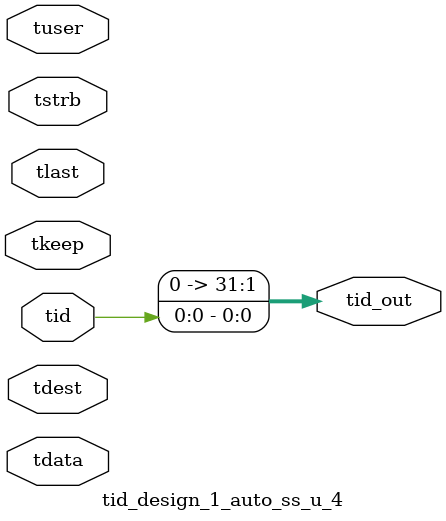
<source format=v>


`timescale 1ps/1ps

module tid_design_1_auto_ss_u_4 #
(
parameter C_S_AXIS_TID_WIDTH   = 1,
parameter C_S_AXIS_TUSER_WIDTH = 0,
parameter C_S_AXIS_TDATA_WIDTH = 0,
parameter C_S_AXIS_TDEST_WIDTH = 0,
parameter C_M_AXIS_TID_WIDTH   = 32
)
(
input  [(C_S_AXIS_TID_WIDTH   == 0 ? 1 : C_S_AXIS_TID_WIDTH)-1:0       ] tid,
input  [(C_S_AXIS_TDATA_WIDTH == 0 ? 1 : C_S_AXIS_TDATA_WIDTH)-1:0     ] tdata,
input  [(C_S_AXIS_TUSER_WIDTH == 0 ? 1 : C_S_AXIS_TUSER_WIDTH)-1:0     ] tuser,
input  [(C_S_AXIS_TDEST_WIDTH == 0 ? 1 : C_S_AXIS_TDEST_WIDTH)-1:0     ] tdest,
input  [(C_S_AXIS_TDATA_WIDTH/8)-1:0 ] tkeep,
input  [(C_S_AXIS_TDATA_WIDTH/8)-1:0 ] tstrb,
input                                                                    tlast,
output [(C_M_AXIS_TID_WIDTH   == 0 ? 1 : C_M_AXIS_TID_WIDTH)-1:0       ] tid_out
);

assign tid_out = {tid[0:0]};

endmodule


</source>
